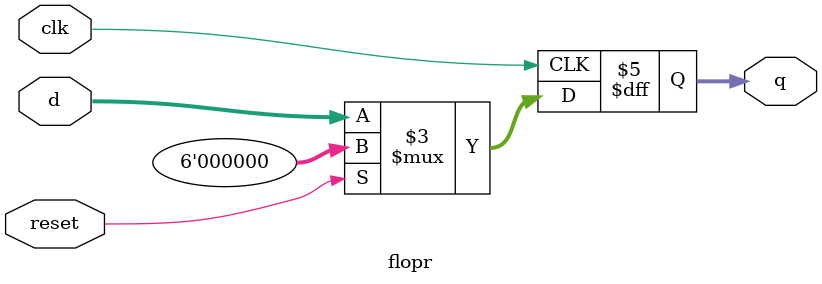
<source format=sv>
module flopr(input logic clk,
				 input logic reset,
				 input logic [5:0] d,
				 output logic [5:0] q);
				 
	always_ff @(posedge clk)
		if(reset) q <= 6'b0;
		else q <= d;
endmodule
</source>
